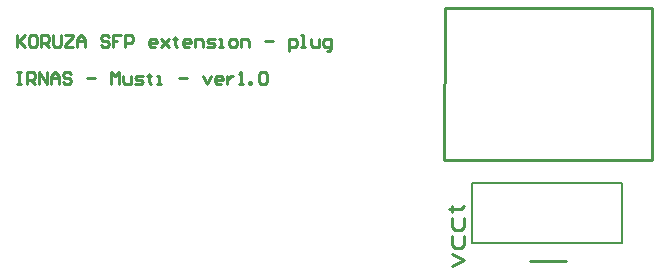
<source format=gto>
%FSAX25Y25*%
%MOIN*%
G70*
G01*
G75*
G04 Layer_Color=65535*
%ADD10R,0.13780X0.02362*%
%ADD11R,0.10236X0.02362*%
%ADD12R,0.08661X0.02362*%
%ADD13R,0.03543X0.07874*%
%ADD14C,0.02000*%
%ADD15R,0.07874X0.07874*%
%ADD16C,0.07874*%
%ADD17R,0.08661X0.11811*%
%ADD18C,0.03000*%
%ADD19C,0.01000*%
%ADD20C,0.00787*%
D19*
X0282339Y0184413D02*
X0294339D01*
X0253661Y0218394D02*
X0253701Y0268984D01*
X0253661Y0218394D02*
X0322756D01*
X0253701Y0268984D02*
X0322756D01*
Y0218394D02*
Y0268984D01*
X0256340Y0182913D02*
X0260339Y0184913D01*
X0256340Y0186912D01*
Y0192910D02*
Y0189911D01*
X0257340Y0188911D01*
X0259339D01*
X0260339Y0189911D01*
Y0192910D01*
X0256340Y0198908D02*
Y0195909D01*
X0257340Y0194910D01*
X0259339D01*
X0260339Y0195909D01*
Y0198908D01*
X0255340Y0201907D02*
X0256340D01*
Y0200908D01*
Y0202907D01*
Y0201907D01*
X0259339D01*
X0260339Y0202907D01*
X0111339Y0259912D02*
Y0255913D01*
Y0257246D01*
X0114004Y0259912D01*
X0112005Y0257913D01*
X0114004Y0255913D01*
X0117337Y0259912D02*
X0116004D01*
X0115337Y0259246D01*
Y0256580D01*
X0116004Y0255913D01*
X0117337D01*
X0118003Y0256580D01*
Y0259246D01*
X0117337Y0259912D01*
X0119336Y0255913D02*
Y0259912D01*
X0121335D01*
X0122002Y0259246D01*
Y0257913D01*
X0121335Y0257246D01*
X0119336D01*
X0120669D02*
X0122002Y0255913D01*
X0123335Y0259912D02*
Y0256580D01*
X0124001Y0255913D01*
X0125334D01*
X0126000Y0256580D01*
Y0259912D01*
X0127333D02*
X0129999D01*
Y0259246D01*
X0127333Y0256580D01*
Y0255913D01*
X0129999D01*
X0131332D02*
Y0258579D01*
X0132665Y0259912D01*
X0133998Y0258579D01*
Y0255913D01*
Y0257913D01*
X0131332D01*
X0141995Y0259246D02*
X0141329Y0259912D01*
X0139996D01*
X0139330Y0259246D01*
Y0258579D01*
X0139996Y0257913D01*
X0141329D01*
X0141995Y0257246D01*
Y0256580D01*
X0141329Y0255913D01*
X0139996D01*
X0139330Y0256580D01*
X0145994Y0259912D02*
X0143328D01*
Y0257913D01*
X0144661D01*
X0143328D01*
Y0255913D01*
X0147327D02*
Y0259912D01*
X0149326D01*
X0149993Y0259246D01*
Y0257913D01*
X0149326Y0257246D01*
X0147327D01*
X0157324Y0255913D02*
X0155991D01*
X0155324Y0256580D01*
Y0257913D01*
X0155991Y0258579D01*
X0157324D01*
X0157990Y0257913D01*
Y0257246D01*
X0155324D01*
X0159323Y0258579D02*
X0161989Y0255913D01*
X0160656Y0257246D01*
X0161989Y0258579D01*
X0159323Y0255913D01*
X0163988Y0259246D02*
Y0258579D01*
X0163322D01*
X0164655D01*
X0163988D01*
Y0256580D01*
X0164655Y0255913D01*
X0168653D02*
X0167321D01*
X0166654Y0256580D01*
Y0257913D01*
X0167321Y0258579D01*
X0168653D01*
X0169320Y0257913D01*
Y0257246D01*
X0166654D01*
X0170653Y0255913D02*
Y0258579D01*
X0172652D01*
X0173319Y0257913D01*
Y0255913D01*
X0174652D02*
X0176651D01*
X0177317Y0256580D01*
X0176651Y0257246D01*
X0175318D01*
X0174652Y0257913D01*
X0175318Y0258579D01*
X0177317D01*
X0178650Y0255913D02*
X0179983D01*
X0179317D01*
Y0258579D01*
X0178650D01*
X0182649Y0255913D02*
X0183982D01*
X0184648Y0256580D01*
Y0257913D01*
X0183982Y0258579D01*
X0182649D01*
X0181983Y0257913D01*
Y0256580D01*
X0182649Y0255913D01*
X0185981D02*
Y0258579D01*
X0187980D01*
X0188647Y0257913D01*
Y0255913D01*
X0193979Y0257913D02*
X0196644D01*
X0201976Y0254580D02*
Y0258579D01*
X0203975D01*
X0204642Y0257913D01*
Y0256580D01*
X0203975Y0255913D01*
X0201976D01*
X0205975D02*
X0207308D01*
X0206641D01*
Y0259912D01*
X0205975D01*
X0209307Y0258579D02*
Y0256580D01*
X0209973Y0255913D01*
X0211973D01*
Y0258579D01*
X0214639Y0254580D02*
X0215305D01*
X0215971Y0255247D01*
Y0258579D01*
X0213972D01*
X0213306Y0257913D01*
Y0256580D01*
X0213972Y0255913D01*
X0215971D01*
X0111339Y0247412D02*
X0112671D01*
X0112005D01*
Y0243413D01*
X0111339D01*
X0112671D01*
X0114671D02*
Y0247412D01*
X0116670D01*
X0117337Y0246746D01*
Y0245413D01*
X0116670Y0244746D01*
X0114671D01*
X0116004D02*
X0117337Y0243413D01*
X0118670D02*
Y0247412D01*
X0121335Y0243413D01*
Y0247412D01*
X0122668Y0243413D02*
Y0246079D01*
X0124001Y0247412D01*
X0125334Y0246079D01*
Y0243413D01*
Y0245413D01*
X0122668D01*
X0129333Y0246746D02*
X0128666Y0247412D01*
X0127333D01*
X0126667Y0246746D01*
Y0246079D01*
X0127333Y0245413D01*
X0128666D01*
X0129333Y0244746D01*
Y0244080D01*
X0128666Y0243413D01*
X0127333D01*
X0126667Y0244080D01*
X0134664Y0245413D02*
X0137330D01*
X0142662Y0243413D02*
Y0247412D01*
X0143995Y0246079D01*
X0145328Y0247412D01*
Y0243413D01*
X0146660Y0246079D02*
Y0244080D01*
X0147327Y0243413D01*
X0149326D01*
Y0246079D01*
X0150659Y0243413D02*
X0152659D01*
X0153325Y0244080D01*
X0152659Y0244746D01*
X0151326D01*
X0150659Y0245413D01*
X0151326Y0246079D01*
X0153325D01*
X0155324Y0246746D02*
Y0246079D01*
X0154658D01*
X0155991D01*
X0155324D01*
Y0244080D01*
X0155991Y0243413D01*
X0157990D02*
X0159323D01*
X0158657D01*
Y0246079D01*
X0157990D01*
X0165321Y0245413D02*
X0167987D01*
X0173319Y0246079D02*
X0174652Y0243413D01*
X0175984Y0246079D01*
X0179317Y0243413D02*
X0177984D01*
X0177317Y0244080D01*
Y0245413D01*
X0177984Y0246079D01*
X0179317D01*
X0179983Y0245413D01*
Y0244746D01*
X0177317D01*
X0181316Y0246079D02*
Y0243413D01*
Y0244746D01*
X0181983Y0245413D01*
X0182649Y0246079D01*
X0183315D01*
X0185315Y0243413D02*
X0186648D01*
X0185981D01*
Y0247412D01*
X0185315Y0246746D01*
X0188647Y0243413D02*
Y0244080D01*
X0189313D01*
Y0243413D01*
X0188647D01*
X0191979Y0246746D02*
X0192646Y0247412D01*
X0193979D01*
X0194645Y0246746D01*
Y0244080D01*
X0193979Y0243413D01*
X0192646D01*
X0191979Y0244080D01*
Y0246746D01*
D20*
X0262839Y0190413D02*
Y0210413D01*
Y0190413D02*
X0312839D01*
X0262839Y0210413D02*
X0312839D01*
Y0190413D02*
Y0210413D01*
M02*

</source>
